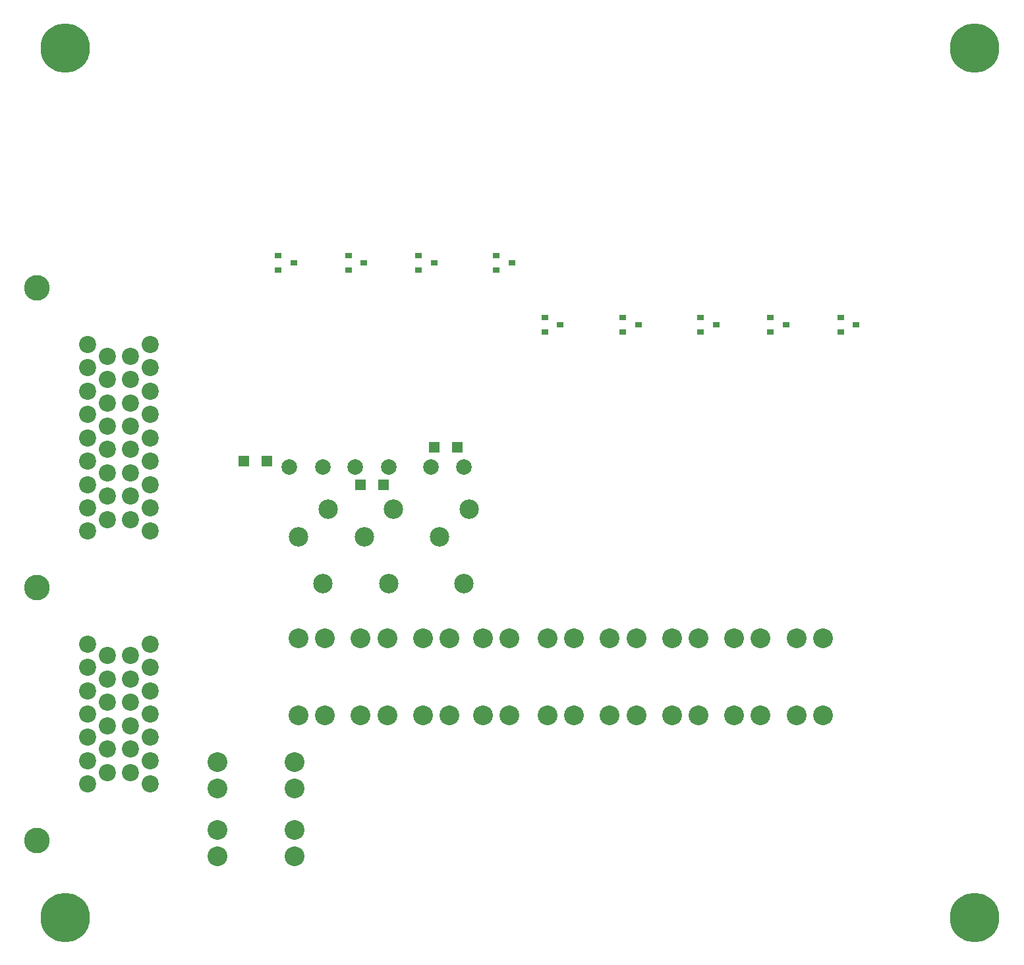
<source format=gbr>
%TF.GenerationSoftware,Altium Limited,Altium Designer,18.1.7 (191)*%
G04 Layer_Color=255*
%FSLAX26Y26*%
%MOIN*%
%TF.FileFunction,Pads,Bot*%
%TF.Part,Single*%
G01*
G75*
%TA.AperFunction,ComponentPad*%
%ADD21C,0.100000*%
%TA.AperFunction,ViaPad*%
%ADD22C,0.250000*%
%TA.AperFunction,ComponentPad*%
%ADD23C,0.086614*%
%ADD24C,0.129921*%
%ADD25C,0.098425*%
%ADD26C,0.078740*%
%TA.AperFunction,SMDPad,CuDef*%
%ADD28R,0.035433X0.031496*%
%ADD29R,0.053150X0.057087*%
D21*
X1460276Y608071D02*
D03*
X1069724D02*
D03*
X1460276Y741929D02*
D03*
X1069724D02*
D03*
X1460276Y951772D02*
D03*
X1069724D02*
D03*
X1460276Y1085630D02*
D03*
X1069724D02*
D03*
X2242637Y1712659D02*
D03*
Y1322108D02*
D03*
X2108778Y1712659D02*
D03*
Y1322108D02*
D03*
X1612716Y1712659D02*
D03*
Y1322108D02*
D03*
X1478857Y1712659D02*
D03*
Y1322108D02*
D03*
X1927676Y1712659D02*
D03*
Y1322108D02*
D03*
X1793818Y1712659D02*
D03*
Y1322108D02*
D03*
X2872558Y1712659D02*
D03*
Y1322108D02*
D03*
X2738700Y1712659D02*
D03*
Y1322108D02*
D03*
X3187519Y1712659D02*
D03*
Y1322108D02*
D03*
X3053660Y1712659D02*
D03*
Y1322108D02*
D03*
X3502479Y1712659D02*
D03*
Y1322108D02*
D03*
X3368621Y1712659D02*
D03*
Y1322108D02*
D03*
X3817440Y1712659D02*
D03*
Y1322108D02*
D03*
X3683582Y1712659D02*
D03*
Y1322108D02*
D03*
X4132401Y1712659D02*
D03*
Y1322108D02*
D03*
X3998542Y1712659D02*
D03*
Y1322108D02*
D03*
X2547244Y1712677D02*
D03*
Y1322126D02*
D03*
X2413386Y1712677D02*
D03*
Y1322126D02*
D03*
D22*
X4900000Y300000D02*
D03*
X300000D02*
D03*
Y4700000D02*
D03*
X4900000D02*
D03*
D23*
X728346Y2253937D02*
D03*
Y2372047D02*
D03*
Y2490157D02*
D03*
Y2608268D02*
D03*
Y2726378D02*
D03*
Y2844488D02*
D03*
Y2962598D02*
D03*
Y3080709D02*
D03*
Y3198819D02*
D03*
X629921Y2312992D02*
D03*
Y2431102D02*
D03*
Y2549213D02*
D03*
Y2667323D02*
D03*
Y2785433D02*
D03*
Y2903543D02*
D03*
Y3021653D02*
D03*
Y3139764D02*
D03*
X511811Y2312992D02*
D03*
Y2431102D02*
D03*
Y2549213D02*
D03*
Y2667323D02*
D03*
Y2785433D02*
D03*
Y2903543D02*
D03*
Y3021653D02*
D03*
Y3139764D02*
D03*
X413386Y2253937D02*
D03*
Y2372047D02*
D03*
Y2490157D02*
D03*
Y2608268D02*
D03*
Y2726378D02*
D03*
Y2844488D02*
D03*
Y2962598D02*
D03*
Y3080709D02*
D03*
Y3198819D02*
D03*
Y1683071D02*
D03*
Y1564961D02*
D03*
Y1446850D02*
D03*
Y1328740D02*
D03*
Y1210630D02*
D03*
Y1092520D02*
D03*
Y974409D02*
D03*
X511811Y1624016D02*
D03*
Y1505906D02*
D03*
Y1387795D02*
D03*
Y1269685D02*
D03*
Y1151575D02*
D03*
Y1033465D02*
D03*
X629921Y1624016D02*
D03*
Y1505906D02*
D03*
Y1387795D02*
D03*
Y1269685D02*
D03*
Y1151575D02*
D03*
Y1033465D02*
D03*
X728346Y1683071D02*
D03*
Y1564961D02*
D03*
Y1446850D02*
D03*
Y1328740D02*
D03*
Y1210630D02*
D03*
Y1092520D02*
D03*
Y974409D02*
D03*
D24*
X157480Y688976D02*
D03*
Y1968504D02*
D03*
Y3484252D02*
D03*
D25*
X2317207Y1989824D02*
D03*
X2342798Y2363840D02*
D03*
X2193192Y2226045D02*
D03*
X1602873Y1989824D02*
D03*
X1628464Y2363840D02*
D03*
X1478857Y2226045D02*
D03*
X1935039Y1989824D02*
D03*
X1960630Y2363840D02*
D03*
X1811024Y2226045D02*
D03*
D26*
X2147916Y2580376D02*
D03*
X2317207D02*
D03*
X1433582D02*
D03*
X1602873D02*
D03*
X1765748D02*
D03*
X1935039D02*
D03*
D28*
X1731360Y3574803D02*
D03*
Y3649606D02*
D03*
X1810100Y3612205D02*
D03*
X4221494Y3261478D02*
D03*
Y3336281D02*
D03*
X4300234Y3298880D02*
D03*
X3867163Y3261478D02*
D03*
Y3336281D02*
D03*
X3945903Y3298880D02*
D03*
X3512832Y3261478D02*
D03*
Y3336281D02*
D03*
X3591573Y3298880D02*
D03*
X3119132Y3261478D02*
D03*
Y3336281D02*
D03*
X3197872Y3298880D02*
D03*
X2725431Y3261478D02*
D03*
Y3336281D02*
D03*
X2804171Y3298880D02*
D03*
X2479391Y3574803D02*
D03*
Y3649606D02*
D03*
X2558131Y3612205D02*
D03*
X2085690Y3574803D02*
D03*
Y3649606D02*
D03*
X2164430Y3612205D02*
D03*
X1377029Y3574803D02*
D03*
Y3649606D02*
D03*
X1455769Y3612205D02*
D03*
D29*
X2167323Y2677165D02*
D03*
X2283465D02*
D03*
X1792323Y2490157D02*
D03*
X1908465D02*
D03*
X1201772Y2608268D02*
D03*
X1317913D02*
D03*
%TF.MD5,71858116b0cb1384e913065c549fb3ea*%
M02*

</source>
